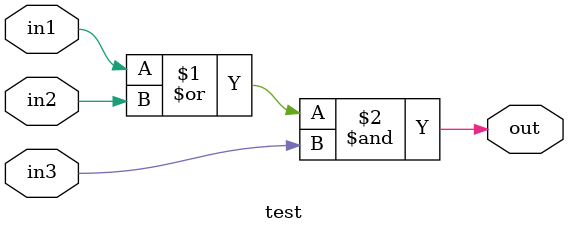
<source format=v>
module test(input in1, in2, in3, output out);
assign out = (in1 | in2) & in3;
endmodule

</source>
